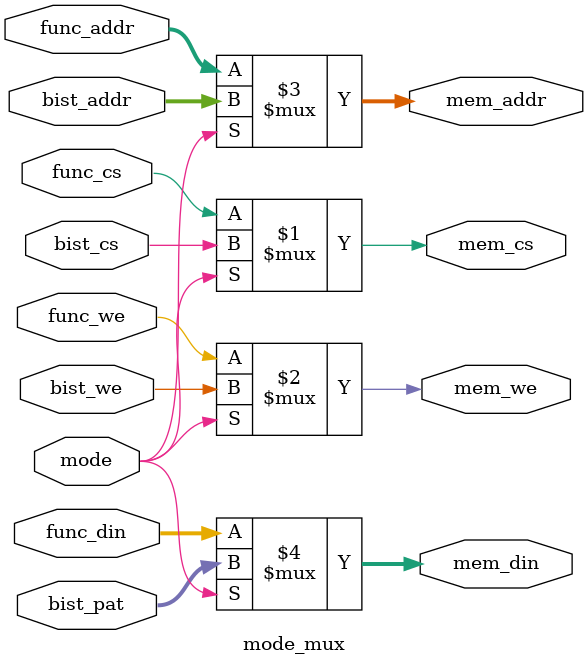
<source format=v>
`timescale 1ns/1ps

module mode_mux # ( parameter pADDR_WIDTH = 4,
                    parameter pDATA_WIDTH = 2
				  )
(
	input  wire                   func_cs,
	input  wire	                  func_we,  
	input  wire [pADDR_WIDTH-1:0] func_addr, 
	input  wire [pDATA_WIDTH-1:0] func_din,
	
	input  wire		              mode,

	input  wire		              bist_cs,   
	input  wire	 	              bist_we,   
	input  wire [pADDR_WIDTH-1:0] bist_addr, 
	input  wire [pDATA_WIDTH-1:0] bist_pat, 

	output wire	                  mem_cs,  
	output wire	                  mem_we,   
	output wire [pADDR_WIDTH-1:0] mem_addr, 
	output wire [pDATA_WIDTH-1:0] mem_din
);


assign mem_cs   = mode ? bist_cs   : func_cs;
assign mem_we   = mode ? bist_we   : func_we;
assign mem_addr = mode ? bist_addr : func_addr;
assign mem_din  = mode ? bist_pat  : func_din;


endmodule
</source>
